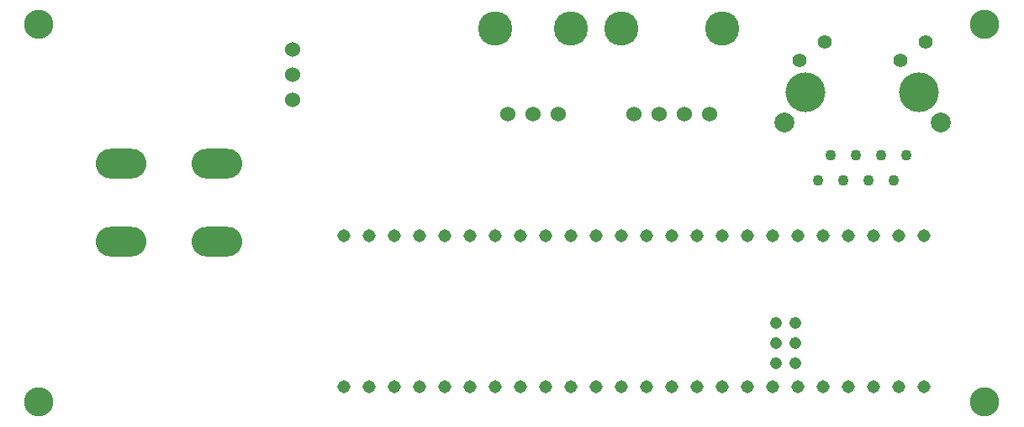
<source format=gbs>
G04 #@! TF.GenerationSoftware,KiCad,Pcbnew,7.0.5*
G04 #@! TF.CreationDate,2024-03-24T13:33:04-05:00*
G04 #@! TF.ProjectId,RotatingSignalStack_board,526f7461-7469-46e6-9753-69676e616c53,rev?*
G04 #@! TF.SameCoordinates,Original*
G04 #@! TF.FileFunction,Soldermask,Bot*
G04 #@! TF.FilePolarity,Negative*
%FSLAX46Y46*%
G04 Gerber Fmt 4.6, Leading zero omitted, Abs format (unit mm)*
G04 Created by KiCad (PCBNEW 7.0.5) date 2024-03-24 13:33:04*
%MOMM*%
%LPD*%
G01*
G04 APERTURE LIST*
%ADD10C,1.524000*%
%ADD11C,2.946400*%
%ADD12O,5.100000X3.000000*%
%ADD13C,1.308000*%
%ADD14C,1.208000*%
%ADD15C,3.450000*%
%ADD16C,1.100000*%
%ADD17C,1.400000*%
%ADD18C,4.000000*%
%ADD19C,2.000000*%
G04 APERTURE END LIST*
D10*
X157099000Y-88900000D03*
X157099000Y-86360000D03*
X157099000Y-83820000D03*
D11*
X131572000Y-119380000D03*
D12*
X139814300Y-103173500D03*
X139814300Y-95299500D03*
D13*
X218186000Y-102616000D03*
X215646000Y-102616000D03*
X213106000Y-102616000D03*
X210566000Y-102616000D03*
X185166000Y-102616000D03*
X215646000Y-117856000D03*
X208026000Y-102616000D03*
X205486000Y-102616000D03*
X202946000Y-102616000D03*
X200406000Y-102616000D03*
X197866000Y-102616000D03*
X195326000Y-102616000D03*
X192786000Y-102616000D03*
X190246000Y-102616000D03*
X187706000Y-102616000D03*
X187706000Y-117856000D03*
X190246000Y-117856000D03*
X192786000Y-117856000D03*
X195326000Y-117856000D03*
X197866000Y-117856000D03*
X200406000Y-117856000D03*
X202946000Y-117856000D03*
X205486000Y-117856000D03*
X208026000Y-117856000D03*
X210566000Y-117856000D03*
X213106000Y-117856000D03*
X182626000Y-102616000D03*
X180086000Y-102616000D03*
X177546000Y-102616000D03*
X175006000Y-102616000D03*
X172466000Y-102616000D03*
X169926000Y-102616000D03*
X167386000Y-102616000D03*
X164846000Y-102616000D03*
X162306000Y-102616000D03*
X162306000Y-117856000D03*
X164846000Y-117856000D03*
X167386000Y-117856000D03*
X169926000Y-117856000D03*
X172466000Y-117856000D03*
X175006000Y-117856000D03*
X177546000Y-117856000D03*
X180086000Y-117856000D03*
X182626000Y-117856000D03*
X220726000Y-102616000D03*
X185166000Y-117856000D03*
X218186000Y-117856000D03*
D14*
X205756000Y-113406000D03*
X207756000Y-113406000D03*
X207756000Y-115406000D03*
X205756000Y-115406000D03*
X205756000Y-111406000D03*
X207756000Y-111406000D03*
D13*
X220726000Y-117856000D03*
D11*
X226822000Y-81280000D03*
X226822000Y-119380000D03*
D12*
X149466300Y-103173500D03*
X149466300Y-95299500D03*
D11*
X131572000Y-81280000D03*
D15*
X190246000Y-81661000D03*
X200406000Y-81661000D03*
D10*
X191516000Y-90297000D03*
X194056000Y-90297000D03*
X196596000Y-90297000D03*
X199136000Y-90297000D03*
D16*
X218948000Y-94488000D03*
X217678000Y-97028000D03*
X216408000Y-94488000D03*
X215138000Y-97028000D03*
X213868000Y-94488000D03*
X212598000Y-97028000D03*
X211328000Y-94488000D03*
X210058000Y-97028000D03*
D17*
X220828000Y-83058000D03*
X218288000Y-84848000D03*
X210718000Y-83058000D03*
X208178000Y-84848000D03*
D18*
X220218000Y-88138000D03*
X208788000Y-88138000D03*
D19*
X222378000Y-91188000D03*
X206628000Y-91188000D03*
D15*
X177546000Y-81661000D03*
X185166000Y-81661000D03*
D10*
X178816000Y-90297000D03*
X181356000Y-90297000D03*
X183896000Y-90297000D03*
M02*

</source>
